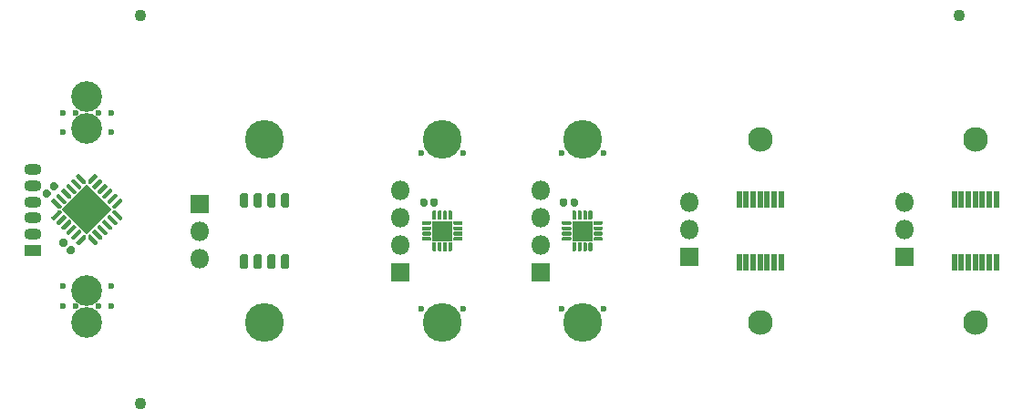
<source format=gbs>
G04 #@! TF.GenerationSoftware,KiCad,Pcbnew,(5.1.6-0-10_14)*
G04 #@! TF.CreationDate,2021-04-17T00:03:13+02:00*
G04 #@! TF.ProjectId,Encoder_SPI_Panel_v1_1,456e636f-6465-4725-9f53-50495f50616e,rev?*
G04 #@! TF.SameCoordinates,Original*
G04 #@! TF.FileFunction,Soldermask,Bot*
G04 #@! TF.FilePolarity,Negative*
%FSLAX46Y46*%
G04 Gerber Fmt 4.6, Leading zero omitted, Abs format (unit mm)*
G04 Created by KiCad (PCBNEW (5.1.6-0-10_14)) date 2021-04-17 00:03:13*
%MOMM*%
%LPD*%
G01*
G04 APERTURE LIST*
%ADD10C,1.100000*%
%ADD11C,2.300000*%
%ADD12R,1.800000X1.800000*%
%ADD13O,1.800000X1.800000*%
%ADD14R,0.530000X1.550000*%
%ADD15C,3.600000*%
%ADD16R,1.850000X1.850000*%
%ADD17C,0.600000*%
%ADD18C,0.150000*%
%ADD19C,2.850000*%
%ADD20R,1.600000X1.100000*%
%ADD21O,1.600000X1.100000*%
G04 APERTURE END LIST*
D10*
X59999000Y-55501000D03*
X136010131Y-19498950D03*
X59999000Y-19498950D03*
D11*
X137509133Y-30999999D03*
X137509133Y-47999999D03*
D12*
X130909133Y-41939999D03*
D13*
X130909133Y-39399999D03*
X130909133Y-36859999D03*
D14*
X139459133Y-42449999D03*
X138809133Y-42449999D03*
X138159133Y-42449999D03*
X137509133Y-42449999D03*
X136859133Y-42449999D03*
X136209133Y-42449999D03*
X135559133Y-42449999D03*
X135559133Y-36549999D03*
X136209133Y-36549999D03*
X136859133Y-36549999D03*
X137509133Y-36549999D03*
X138159133Y-36549999D03*
X138809133Y-36549999D03*
X139459133Y-36549999D03*
D11*
X117509130Y-30999999D03*
X117509130Y-47999999D03*
D12*
X110909130Y-41939999D03*
D13*
X110909130Y-39399999D03*
X110909130Y-36859999D03*
D14*
X119459130Y-42449999D03*
X118809130Y-42449999D03*
X118159130Y-42449999D03*
X117509130Y-42449999D03*
X116859130Y-42449999D03*
X116209130Y-42449999D03*
X115559130Y-42449999D03*
X115559130Y-36549999D03*
X116209130Y-36549999D03*
X116859130Y-36549999D03*
X117509130Y-36549999D03*
X118159130Y-36549999D03*
X118809130Y-36549999D03*
X119459130Y-36549999D03*
G36*
G01*
X98936482Y-37037450D02*
X98936482Y-36642450D01*
G75*
G02*
X99108982Y-36469950I172500J0D01*
G01*
X99453982Y-36469950D01*
G75*
G02*
X99626482Y-36642450I0J-172500D01*
G01*
X99626482Y-37037450D01*
G75*
G02*
X99453982Y-37209950I-172500J0D01*
G01*
X99108982Y-37209950D01*
G75*
G02*
X98936482Y-37037450I0J172500D01*
G01*
G37*
G36*
G01*
X99906482Y-37037450D02*
X99906482Y-36642450D01*
G75*
G02*
X100078982Y-36469950I172500J0D01*
G01*
X100423982Y-36469950D01*
G75*
G02*
X100596482Y-36642450I0J-172500D01*
G01*
X100596482Y-37037450D01*
G75*
G02*
X100423982Y-37209950I-172500J0D01*
G01*
X100078982Y-37209950D01*
G75*
G02*
X99906482Y-37037450I0J172500D01*
G01*
G37*
D15*
X101006482Y-30999950D03*
G36*
G01*
X102906482Y-38662450D02*
X102906482Y-38837450D01*
G75*
G02*
X102818982Y-38924950I-87500J0D01*
G01*
X102118982Y-38924950D01*
G75*
G02*
X102031482Y-38837450I0J87500D01*
G01*
X102031482Y-38662450D01*
G75*
G02*
X102118982Y-38574950I87500J0D01*
G01*
X102818982Y-38574950D01*
G75*
G02*
X102906482Y-38662450I0J-87500D01*
G01*
G37*
G36*
G01*
X102906482Y-39162450D02*
X102906482Y-39337450D01*
G75*
G02*
X102818982Y-39424950I-87500J0D01*
G01*
X102118982Y-39424950D01*
G75*
G02*
X102031482Y-39337450I0J87500D01*
G01*
X102031482Y-39162450D01*
G75*
G02*
X102118982Y-39074950I87500J0D01*
G01*
X102818982Y-39074950D01*
G75*
G02*
X102906482Y-39162450I0J-87500D01*
G01*
G37*
G36*
G01*
X102906482Y-39662450D02*
X102906482Y-39837450D01*
G75*
G02*
X102818982Y-39924950I-87500J0D01*
G01*
X102118982Y-39924950D01*
G75*
G02*
X102031482Y-39837450I0J87500D01*
G01*
X102031482Y-39662450D01*
G75*
G02*
X102118982Y-39574950I87500J0D01*
G01*
X102818982Y-39574950D01*
G75*
G02*
X102906482Y-39662450I0J-87500D01*
G01*
G37*
G36*
G01*
X102906482Y-40162450D02*
X102906482Y-40337450D01*
G75*
G02*
X102818982Y-40424950I-87500J0D01*
G01*
X102118982Y-40424950D01*
G75*
G02*
X102031482Y-40337450I0J87500D01*
G01*
X102031482Y-40162450D01*
G75*
G02*
X102118982Y-40074950I87500J0D01*
G01*
X102818982Y-40074950D01*
G75*
G02*
X102906482Y-40162450I0J-87500D01*
G01*
G37*
G36*
G01*
X101931482Y-40612450D02*
X101931482Y-41312450D01*
G75*
G02*
X101843982Y-41399950I-87500J0D01*
G01*
X101668982Y-41399950D01*
G75*
G02*
X101581482Y-41312450I0J87500D01*
G01*
X101581482Y-40612450D01*
G75*
G02*
X101668982Y-40524950I87500J0D01*
G01*
X101843982Y-40524950D01*
G75*
G02*
X101931482Y-40612450I0J-87500D01*
G01*
G37*
G36*
G01*
X101431482Y-40612450D02*
X101431482Y-41312450D01*
G75*
G02*
X101343982Y-41399950I-87500J0D01*
G01*
X101168982Y-41399950D01*
G75*
G02*
X101081482Y-41312450I0J87500D01*
G01*
X101081482Y-40612450D01*
G75*
G02*
X101168982Y-40524950I87500J0D01*
G01*
X101343982Y-40524950D01*
G75*
G02*
X101431482Y-40612450I0J-87500D01*
G01*
G37*
G36*
G01*
X100931482Y-40612450D02*
X100931482Y-41312450D01*
G75*
G02*
X100843982Y-41399950I-87500J0D01*
G01*
X100668982Y-41399950D01*
G75*
G02*
X100581482Y-41312450I0J87500D01*
G01*
X100581482Y-40612450D01*
G75*
G02*
X100668982Y-40524950I87500J0D01*
G01*
X100843982Y-40524950D01*
G75*
G02*
X100931482Y-40612450I0J-87500D01*
G01*
G37*
G36*
G01*
X100431482Y-40612450D02*
X100431482Y-41312450D01*
G75*
G02*
X100343982Y-41399950I-87500J0D01*
G01*
X100168982Y-41399950D01*
G75*
G02*
X100081482Y-41312450I0J87500D01*
G01*
X100081482Y-40612450D01*
G75*
G02*
X100168982Y-40524950I87500J0D01*
G01*
X100343982Y-40524950D01*
G75*
G02*
X100431482Y-40612450I0J-87500D01*
G01*
G37*
G36*
G01*
X99981482Y-40162450D02*
X99981482Y-40337450D01*
G75*
G02*
X99893982Y-40424950I-87500J0D01*
G01*
X99193982Y-40424950D01*
G75*
G02*
X99106482Y-40337450I0J87500D01*
G01*
X99106482Y-40162450D01*
G75*
G02*
X99193982Y-40074950I87500J0D01*
G01*
X99893982Y-40074950D01*
G75*
G02*
X99981482Y-40162450I0J-87500D01*
G01*
G37*
G36*
G01*
X99981482Y-39662450D02*
X99981482Y-39837450D01*
G75*
G02*
X99893982Y-39924950I-87500J0D01*
G01*
X99193982Y-39924950D01*
G75*
G02*
X99106482Y-39837450I0J87500D01*
G01*
X99106482Y-39662450D01*
G75*
G02*
X99193982Y-39574950I87500J0D01*
G01*
X99893982Y-39574950D01*
G75*
G02*
X99981482Y-39662450I0J-87500D01*
G01*
G37*
G36*
G01*
X99981482Y-39162450D02*
X99981482Y-39337450D01*
G75*
G02*
X99893982Y-39424950I-87500J0D01*
G01*
X99193982Y-39424950D01*
G75*
G02*
X99106482Y-39337450I0J87500D01*
G01*
X99106482Y-39162450D01*
G75*
G02*
X99193982Y-39074950I87500J0D01*
G01*
X99893982Y-39074950D01*
G75*
G02*
X99981482Y-39162450I0J-87500D01*
G01*
G37*
G36*
G01*
X99981482Y-38662450D02*
X99981482Y-38837450D01*
G75*
G02*
X99893982Y-38924950I-87500J0D01*
G01*
X99193982Y-38924950D01*
G75*
G02*
X99106482Y-38837450I0J87500D01*
G01*
X99106482Y-38662450D01*
G75*
G02*
X99193982Y-38574950I87500J0D01*
G01*
X99893982Y-38574950D01*
G75*
G02*
X99981482Y-38662450I0J-87500D01*
G01*
G37*
G36*
G01*
X100431482Y-37687450D02*
X100431482Y-38387450D01*
G75*
G02*
X100343982Y-38474950I-87500J0D01*
G01*
X100168982Y-38474950D01*
G75*
G02*
X100081482Y-38387450I0J87500D01*
G01*
X100081482Y-37687450D01*
G75*
G02*
X100168982Y-37599950I87500J0D01*
G01*
X100343982Y-37599950D01*
G75*
G02*
X100431482Y-37687450I0J-87500D01*
G01*
G37*
G36*
G01*
X100931482Y-37687450D02*
X100931482Y-38387450D01*
G75*
G02*
X100843982Y-38474950I-87500J0D01*
G01*
X100668982Y-38474950D01*
G75*
G02*
X100581482Y-38387450I0J87500D01*
G01*
X100581482Y-37687450D01*
G75*
G02*
X100668982Y-37599950I87500J0D01*
G01*
X100843982Y-37599950D01*
G75*
G02*
X100931482Y-37687450I0J-87500D01*
G01*
G37*
G36*
G01*
X101431482Y-37687450D02*
X101431482Y-38387450D01*
G75*
G02*
X101343982Y-38474950I-87500J0D01*
G01*
X101168982Y-38474950D01*
G75*
G02*
X101081482Y-38387450I0J87500D01*
G01*
X101081482Y-37687450D01*
G75*
G02*
X101168982Y-37599950I87500J0D01*
G01*
X101343982Y-37599950D01*
G75*
G02*
X101431482Y-37687450I0J-87500D01*
G01*
G37*
G36*
G01*
X101931482Y-37687450D02*
X101931482Y-38387450D01*
G75*
G02*
X101843982Y-38474950I-87500J0D01*
G01*
X101668982Y-38474950D01*
G75*
G02*
X101581482Y-38387450I0J87500D01*
G01*
X101581482Y-37687450D01*
G75*
G02*
X101668982Y-37599950I87500J0D01*
G01*
X101843982Y-37599950D01*
G75*
G02*
X101931482Y-37687450I0J-87500D01*
G01*
G37*
D16*
X101006482Y-39499950D03*
D15*
X101006482Y-47999950D03*
D12*
X97106482Y-43319950D03*
D13*
X97106482Y-40779950D03*
X97106482Y-38239950D03*
X97106482Y-35699950D03*
D17*
X102956482Y-32249950D03*
X99056482Y-32249950D03*
X102956482Y-46749950D03*
X99056482Y-46749950D03*
G36*
G01*
X85933438Y-37037450D02*
X85933438Y-36642450D01*
G75*
G02*
X86105938Y-36469950I172500J0D01*
G01*
X86450938Y-36469950D01*
G75*
G02*
X86623438Y-36642450I0J-172500D01*
G01*
X86623438Y-37037450D01*
G75*
G02*
X86450938Y-37209950I-172500J0D01*
G01*
X86105938Y-37209950D01*
G75*
G02*
X85933438Y-37037450I0J172500D01*
G01*
G37*
G36*
G01*
X86903438Y-37037450D02*
X86903438Y-36642450D01*
G75*
G02*
X87075938Y-36469950I172500J0D01*
G01*
X87420938Y-36469950D01*
G75*
G02*
X87593438Y-36642450I0J-172500D01*
G01*
X87593438Y-37037450D01*
G75*
G02*
X87420938Y-37209950I-172500J0D01*
G01*
X87075938Y-37209950D01*
G75*
G02*
X86903438Y-37037450I0J172500D01*
G01*
G37*
D15*
X88003438Y-30999950D03*
G36*
G01*
X89903438Y-38662450D02*
X89903438Y-38837450D01*
G75*
G02*
X89815938Y-38924950I-87500J0D01*
G01*
X89115938Y-38924950D01*
G75*
G02*
X89028438Y-38837450I0J87500D01*
G01*
X89028438Y-38662450D01*
G75*
G02*
X89115938Y-38574950I87500J0D01*
G01*
X89815938Y-38574950D01*
G75*
G02*
X89903438Y-38662450I0J-87500D01*
G01*
G37*
G36*
G01*
X89903438Y-39162450D02*
X89903438Y-39337450D01*
G75*
G02*
X89815938Y-39424950I-87500J0D01*
G01*
X89115938Y-39424950D01*
G75*
G02*
X89028438Y-39337450I0J87500D01*
G01*
X89028438Y-39162450D01*
G75*
G02*
X89115938Y-39074950I87500J0D01*
G01*
X89815938Y-39074950D01*
G75*
G02*
X89903438Y-39162450I0J-87500D01*
G01*
G37*
G36*
G01*
X89903438Y-39662450D02*
X89903438Y-39837450D01*
G75*
G02*
X89815938Y-39924950I-87500J0D01*
G01*
X89115938Y-39924950D01*
G75*
G02*
X89028438Y-39837450I0J87500D01*
G01*
X89028438Y-39662450D01*
G75*
G02*
X89115938Y-39574950I87500J0D01*
G01*
X89815938Y-39574950D01*
G75*
G02*
X89903438Y-39662450I0J-87500D01*
G01*
G37*
G36*
G01*
X89903438Y-40162450D02*
X89903438Y-40337450D01*
G75*
G02*
X89815938Y-40424950I-87500J0D01*
G01*
X89115938Y-40424950D01*
G75*
G02*
X89028438Y-40337450I0J87500D01*
G01*
X89028438Y-40162450D01*
G75*
G02*
X89115938Y-40074950I87500J0D01*
G01*
X89815938Y-40074950D01*
G75*
G02*
X89903438Y-40162450I0J-87500D01*
G01*
G37*
G36*
G01*
X88928438Y-40612450D02*
X88928438Y-41312450D01*
G75*
G02*
X88840938Y-41399950I-87500J0D01*
G01*
X88665938Y-41399950D01*
G75*
G02*
X88578438Y-41312450I0J87500D01*
G01*
X88578438Y-40612450D01*
G75*
G02*
X88665938Y-40524950I87500J0D01*
G01*
X88840938Y-40524950D01*
G75*
G02*
X88928438Y-40612450I0J-87500D01*
G01*
G37*
G36*
G01*
X88428438Y-40612450D02*
X88428438Y-41312450D01*
G75*
G02*
X88340938Y-41399950I-87500J0D01*
G01*
X88165938Y-41399950D01*
G75*
G02*
X88078438Y-41312450I0J87500D01*
G01*
X88078438Y-40612450D01*
G75*
G02*
X88165938Y-40524950I87500J0D01*
G01*
X88340938Y-40524950D01*
G75*
G02*
X88428438Y-40612450I0J-87500D01*
G01*
G37*
G36*
G01*
X87928438Y-40612450D02*
X87928438Y-41312450D01*
G75*
G02*
X87840938Y-41399950I-87500J0D01*
G01*
X87665938Y-41399950D01*
G75*
G02*
X87578438Y-41312450I0J87500D01*
G01*
X87578438Y-40612450D01*
G75*
G02*
X87665938Y-40524950I87500J0D01*
G01*
X87840938Y-40524950D01*
G75*
G02*
X87928438Y-40612450I0J-87500D01*
G01*
G37*
G36*
G01*
X87428438Y-40612450D02*
X87428438Y-41312450D01*
G75*
G02*
X87340938Y-41399950I-87500J0D01*
G01*
X87165938Y-41399950D01*
G75*
G02*
X87078438Y-41312450I0J87500D01*
G01*
X87078438Y-40612450D01*
G75*
G02*
X87165938Y-40524950I87500J0D01*
G01*
X87340938Y-40524950D01*
G75*
G02*
X87428438Y-40612450I0J-87500D01*
G01*
G37*
G36*
G01*
X86978438Y-40162450D02*
X86978438Y-40337450D01*
G75*
G02*
X86890938Y-40424950I-87500J0D01*
G01*
X86190938Y-40424950D01*
G75*
G02*
X86103438Y-40337450I0J87500D01*
G01*
X86103438Y-40162450D01*
G75*
G02*
X86190938Y-40074950I87500J0D01*
G01*
X86890938Y-40074950D01*
G75*
G02*
X86978438Y-40162450I0J-87500D01*
G01*
G37*
G36*
G01*
X86978438Y-39662450D02*
X86978438Y-39837450D01*
G75*
G02*
X86890938Y-39924950I-87500J0D01*
G01*
X86190938Y-39924950D01*
G75*
G02*
X86103438Y-39837450I0J87500D01*
G01*
X86103438Y-39662450D01*
G75*
G02*
X86190938Y-39574950I87500J0D01*
G01*
X86890938Y-39574950D01*
G75*
G02*
X86978438Y-39662450I0J-87500D01*
G01*
G37*
G36*
G01*
X86978438Y-39162450D02*
X86978438Y-39337450D01*
G75*
G02*
X86890938Y-39424950I-87500J0D01*
G01*
X86190938Y-39424950D01*
G75*
G02*
X86103438Y-39337450I0J87500D01*
G01*
X86103438Y-39162450D01*
G75*
G02*
X86190938Y-39074950I87500J0D01*
G01*
X86890938Y-39074950D01*
G75*
G02*
X86978438Y-39162450I0J-87500D01*
G01*
G37*
G36*
G01*
X86978438Y-38662450D02*
X86978438Y-38837450D01*
G75*
G02*
X86890938Y-38924950I-87500J0D01*
G01*
X86190938Y-38924950D01*
G75*
G02*
X86103438Y-38837450I0J87500D01*
G01*
X86103438Y-38662450D01*
G75*
G02*
X86190938Y-38574950I87500J0D01*
G01*
X86890938Y-38574950D01*
G75*
G02*
X86978438Y-38662450I0J-87500D01*
G01*
G37*
G36*
G01*
X87428438Y-37687450D02*
X87428438Y-38387450D01*
G75*
G02*
X87340938Y-38474950I-87500J0D01*
G01*
X87165938Y-38474950D01*
G75*
G02*
X87078438Y-38387450I0J87500D01*
G01*
X87078438Y-37687450D01*
G75*
G02*
X87165938Y-37599950I87500J0D01*
G01*
X87340938Y-37599950D01*
G75*
G02*
X87428438Y-37687450I0J-87500D01*
G01*
G37*
G36*
G01*
X87928438Y-37687450D02*
X87928438Y-38387450D01*
G75*
G02*
X87840938Y-38474950I-87500J0D01*
G01*
X87665938Y-38474950D01*
G75*
G02*
X87578438Y-38387450I0J87500D01*
G01*
X87578438Y-37687450D01*
G75*
G02*
X87665938Y-37599950I87500J0D01*
G01*
X87840938Y-37599950D01*
G75*
G02*
X87928438Y-37687450I0J-87500D01*
G01*
G37*
G36*
G01*
X88428438Y-37687450D02*
X88428438Y-38387450D01*
G75*
G02*
X88340938Y-38474950I-87500J0D01*
G01*
X88165938Y-38474950D01*
G75*
G02*
X88078438Y-38387450I0J87500D01*
G01*
X88078438Y-37687450D01*
G75*
G02*
X88165938Y-37599950I87500J0D01*
G01*
X88340938Y-37599950D01*
G75*
G02*
X88428438Y-37687450I0J-87500D01*
G01*
G37*
G36*
G01*
X88928438Y-37687450D02*
X88928438Y-38387450D01*
G75*
G02*
X88840938Y-38474950I-87500J0D01*
G01*
X88665938Y-38474950D01*
G75*
G02*
X88578438Y-38387450I0J87500D01*
G01*
X88578438Y-37687450D01*
G75*
G02*
X88665938Y-37599950I87500J0D01*
G01*
X88840938Y-37599950D01*
G75*
G02*
X88928438Y-37687450I0J-87500D01*
G01*
G37*
D16*
X88003438Y-39499950D03*
D15*
X88003438Y-47999950D03*
D12*
X84103438Y-43319950D03*
D13*
X84103438Y-40779950D03*
X84103438Y-38239950D03*
X84103438Y-35699950D03*
D17*
X89953438Y-32249950D03*
X86053438Y-32249950D03*
X89953438Y-46749950D03*
X86053438Y-46749950D03*
D15*
X71503039Y-30999999D03*
X71503039Y-47999999D03*
D12*
X65473039Y-36959999D03*
D13*
X65473039Y-39499999D03*
X65473039Y-42039999D03*
G36*
G01*
X69410539Y-35949999D02*
X69785539Y-35949999D01*
G75*
G02*
X69973039Y-36137499I0J-187500D01*
G01*
X69973039Y-37172499D01*
G75*
G02*
X69785539Y-37359999I-187500J0D01*
G01*
X69410539Y-37359999D01*
G75*
G02*
X69223039Y-37172499I0J187500D01*
G01*
X69223039Y-36137499D01*
G75*
G02*
X69410539Y-35949999I187500J0D01*
G01*
G37*
G36*
G01*
X70680539Y-35949999D02*
X71055539Y-35949999D01*
G75*
G02*
X71243039Y-36137499I0J-187500D01*
G01*
X71243039Y-37172499D01*
G75*
G02*
X71055539Y-37359999I-187500J0D01*
G01*
X70680539Y-37359999D01*
G75*
G02*
X70493039Y-37172499I0J187500D01*
G01*
X70493039Y-36137499D01*
G75*
G02*
X70680539Y-35949999I187500J0D01*
G01*
G37*
G36*
G01*
X71950539Y-35949999D02*
X72325539Y-35949999D01*
G75*
G02*
X72513039Y-36137499I0J-187500D01*
G01*
X72513039Y-37172499D01*
G75*
G02*
X72325539Y-37359999I-187500J0D01*
G01*
X71950539Y-37359999D01*
G75*
G02*
X71763039Y-37172499I0J187500D01*
G01*
X71763039Y-36137499D01*
G75*
G02*
X71950539Y-35949999I187500J0D01*
G01*
G37*
G36*
G01*
X73220539Y-35949999D02*
X73595539Y-35949999D01*
G75*
G02*
X73783039Y-36137499I0J-187500D01*
G01*
X73783039Y-37172499D01*
G75*
G02*
X73595539Y-37359999I-187500J0D01*
G01*
X73220539Y-37359999D01*
G75*
G02*
X73033039Y-37172499I0J187500D01*
G01*
X73033039Y-36137499D01*
G75*
G02*
X73220539Y-35949999I187500J0D01*
G01*
G37*
G36*
G01*
X69410539Y-41639999D02*
X69785539Y-41639999D01*
G75*
G02*
X69973039Y-41827499I0J-187500D01*
G01*
X69973039Y-42862499D01*
G75*
G02*
X69785539Y-43049999I-187500J0D01*
G01*
X69410539Y-43049999D01*
G75*
G02*
X69223039Y-42862499I0J187500D01*
G01*
X69223039Y-41827499D01*
G75*
G02*
X69410539Y-41639999I187500J0D01*
G01*
G37*
G36*
G01*
X70680539Y-41639999D02*
X71055539Y-41639999D01*
G75*
G02*
X71243039Y-41827499I0J-187500D01*
G01*
X71243039Y-42862499D01*
G75*
G02*
X71055539Y-43049999I-187500J0D01*
G01*
X70680539Y-43049999D01*
G75*
G02*
X70493039Y-42862499I0J187500D01*
G01*
X70493039Y-41827499D01*
G75*
G02*
X70680539Y-41639999I187500J0D01*
G01*
G37*
G36*
G01*
X71950539Y-41639999D02*
X72325539Y-41639999D01*
G75*
G02*
X72513039Y-41827499I0J-187500D01*
G01*
X72513039Y-42862499D01*
G75*
G02*
X72325539Y-43049999I-187500J0D01*
G01*
X71950539Y-43049999D01*
G75*
G02*
X71763039Y-42862499I0J187500D01*
G01*
X71763039Y-41827499D01*
G75*
G02*
X71950539Y-41639999I187500J0D01*
G01*
G37*
G36*
G01*
X73220539Y-41639999D02*
X73595539Y-41639999D01*
G75*
G02*
X73783039Y-41827499I0J-187500D01*
G01*
X73783039Y-42862499D01*
G75*
G02*
X73595539Y-43049999I-187500J0D01*
G01*
X73220539Y-43049999D01*
G75*
G02*
X73033039Y-42862499I0J187500D01*
G01*
X73033039Y-41827499D01*
G75*
G02*
X73220539Y-41639999I187500J0D01*
G01*
G37*
G36*
G01*
X51153151Y-36426502D02*
X50873843Y-36147195D01*
G75*
G02*
X50873843Y-35903243I121976J121976D01*
G01*
X51117795Y-35659291D01*
G75*
G02*
X51361747Y-35659291I121976J-121976D01*
G01*
X51641055Y-35938599D01*
G75*
G02*
X51641055Y-36182551I-121976J-121976D01*
G01*
X51397103Y-36426503D01*
G75*
G02*
X51153151Y-36426503I-121976J121976D01*
G01*
G37*
G36*
G01*
X51839045Y-35740608D02*
X51559737Y-35461301D01*
G75*
G02*
X51559737Y-35217349I121976J121976D01*
G01*
X51803689Y-34973397D01*
G75*
G02*
X52047641Y-34973397I121976J-121976D01*
G01*
X52326949Y-35252705D01*
G75*
G02*
X52326949Y-35496657I-121976J-121976D01*
G01*
X52082997Y-35740609D01*
G75*
G02*
X51839045Y-35740609I-121976J121976D01*
G01*
G37*
G36*
G01*
X53876948Y-41377195D02*
X53597641Y-41656503D01*
G75*
G02*
X53353689Y-41656503I-121976J121976D01*
G01*
X53109737Y-41412551D01*
G75*
G02*
X53109737Y-41168599I121976J121976D01*
G01*
X53389045Y-40889291D01*
G75*
G02*
X53632997Y-40889291I121976J-121976D01*
G01*
X53876949Y-41133243D01*
G75*
G02*
X53876949Y-41377195I-121976J-121976D01*
G01*
G37*
G36*
G01*
X53191054Y-40691301D02*
X52911747Y-40970609D01*
G75*
G02*
X52667795Y-40970609I-121976J121976D01*
G01*
X52423843Y-40726657D01*
G75*
G02*
X52423843Y-40482705I121976J121976D01*
G01*
X52703151Y-40203397D01*
G75*
G02*
X52947103Y-40203397I121976J-121976D01*
G01*
X53191055Y-40447349D01*
G75*
G02*
X53191055Y-40691301I-121976J-121976D01*
G01*
G37*
D18*
G36*
X55350314Y-35134437D02*
G01*
X55338949Y-35143764D01*
X55330798Y-35149211D01*
X55317832Y-35156142D01*
X55308776Y-35159892D01*
X55294706Y-35164160D01*
X55285093Y-35166073D01*
X55270462Y-35167514D01*
X55260660Y-35167514D01*
X55246028Y-35166073D01*
X55236415Y-35164160D01*
X55222345Y-35159892D01*
X55213290Y-35156142D01*
X55200324Y-35149211D01*
X55192173Y-35143764D01*
X55180808Y-35134437D01*
X55177172Y-35131143D01*
X55146106Y-35100077D01*
X55142812Y-35096441D01*
X55133485Y-35085076D01*
X55128038Y-35076925D01*
X55121107Y-35063959D01*
X55117357Y-35054904D01*
X55113089Y-35040834D01*
X55111176Y-35031221D01*
X55109735Y-35016589D01*
X55109495Y-35011688D01*
X55109495Y-34861688D01*
X55109735Y-34856787D01*
X55111176Y-34842156D01*
X55113089Y-34832543D01*
X55117357Y-34818473D01*
X55121107Y-34809417D01*
X55128038Y-34796451D01*
X55133485Y-34788300D01*
X55142812Y-34776935D01*
X55146106Y-34773300D01*
X55689825Y-34229581D01*
X55693460Y-34226287D01*
X55704825Y-34216960D01*
X55712976Y-34211513D01*
X55725942Y-34204582D01*
X55734998Y-34200832D01*
X55749068Y-34196564D01*
X55758681Y-34194651D01*
X55773312Y-34193210D01*
X55783114Y-34193210D01*
X55797746Y-34194651D01*
X55807359Y-34196564D01*
X55821429Y-34200832D01*
X55830484Y-34204582D01*
X55843450Y-34211513D01*
X55851601Y-34216960D01*
X55862966Y-34226287D01*
X55866602Y-34229581D01*
X55972668Y-34335647D01*
X55975962Y-34339283D01*
X55985289Y-34350648D01*
X55990736Y-34358799D01*
X55997667Y-34371765D01*
X56001417Y-34380820D01*
X56005685Y-34394890D01*
X56007598Y-34404503D01*
X56009039Y-34419135D01*
X56009039Y-34428937D01*
X56007598Y-34443568D01*
X56005685Y-34453181D01*
X56001417Y-34467251D01*
X55997667Y-34476307D01*
X55990736Y-34489273D01*
X55985289Y-34497424D01*
X55975962Y-34508789D01*
X55972668Y-34512424D01*
X55353949Y-35131143D01*
X55350314Y-35134437D01*
G37*
G36*
G01*
X56308544Y-34671523D02*
X56449966Y-34812944D01*
G75*
G02*
X56449966Y-34954366I-70711J-70711D01*
G01*
X55795892Y-35608440D01*
G75*
G02*
X55654470Y-35608440I-70711J70711D01*
G01*
X55513048Y-35467018D01*
G75*
G02*
X55513048Y-35325596I70711J70711D01*
G01*
X56167122Y-34671522D01*
G75*
G02*
X56308544Y-34671522I70711J-70711D01*
G01*
G37*
G36*
G01*
X56768163Y-35131143D02*
X56909585Y-35272564D01*
G75*
G02*
X56909585Y-35413986I-70711J-70711D01*
G01*
X56255511Y-36068060D01*
G75*
G02*
X56114089Y-36068060I-70711J70711D01*
G01*
X55972667Y-35926638D01*
G75*
G02*
X55972667Y-35785216I70711J70711D01*
G01*
X56626741Y-35131142D01*
G75*
G02*
X56768163Y-35131142I70711J-70711D01*
G01*
G37*
G36*
G01*
X57227782Y-35590762D02*
X57369204Y-35732183D01*
G75*
G02*
X57369204Y-35873605I-70711J-70711D01*
G01*
X56715130Y-36527679D01*
G75*
G02*
X56573708Y-36527679I-70711J70711D01*
G01*
X56432286Y-36386257D01*
G75*
G02*
X56432286Y-36244835I70711J70711D01*
G01*
X57086360Y-35590761D01*
G75*
G02*
X57227782Y-35590761I70711J-70711D01*
G01*
G37*
G36*
G01*
X57687402Y-36050381D02*
X57828824Y-36191802D01*
G75*
G02*
X57828824Y-36333224I-70711J-70711D01*
G01*
X57174750Y-36987298D01*
G75*
G02*
X57033328Y-36987298I-70711J70711D01*
G01*
X56891906Y-36845876D01*
G75*
G02*
X56891906Y-36704454I70711J70711D01*
G01*
X57545980Y-36050380D01*
G75*
G02*
X57687402Y-36050380I70711J-70711D01*
G01*
G37*
G36*
X57723411Y-37357534D02*
G01*
X57712046Y-37366861D01*
X57703895Y-37372308D01*
X57690929Y-37379239D01*
X57681873Y-37382989D01*
X57667803Y-37387257D01*
X57658190Y-37389170D01*
X57643559Y-37390611D01*
X57638658Y-37390851D01*
X57488658Y-37390851D01*
X57483757Y-37390611D01*
X57469125Y-37389170D01*
X57459512Y-37387257D01*
X57445442Y-37382989D01*
X57436387Y-37379239D01*
X57423421Y-37372308D01*
X57415270Y-37366861D01*
X57403905Y-37357534D01*
X57400269Y-37354240D01*
X57369203Y-37323174D01*
X57365909Y-37319538D01*
X57356582Y-37308173D01*
X57351135Y-37300022D01*
X57344204Y-37287056D01*
X57340454Y-37278001D01*
X57336186Y-37263931D01*
X57334273Y-37254318D01*
X57332832Y-37239686D01*
X57332832Y-37229884D01*
X57334273Y-37215253D01*
X57336186Y-37205640D01*
X57340454Y-37191570D01*
X57344204Y-37182514D01*
X57351135Y-37169548D01*
X57356582Y-37161397D01*
X57365909Y-37150032D01*
X57369203Y-37146397D01*
X57987922Y-36527678D01*
X57991557Y-36524384D01*
X58002922Y-36515057D01*
X58011073Y-36509610D01*
X58024039Y-36502679D01*
X58033095Y-36498929D01*
X58047165Y-36494661D01*
X58056778Y-36492748D01*
X58071409Y-36491307D01*
X58081211Y-36491307D01*
X58095843Y-36492748D01*
X58105456Y-36494661D01*
X58119526Y-36498929D01*
X58128581Y-36502679D01*
X58141547Y-36509610D01*
X58149698Y-36515057D01*
X58161063Y-36524384D01*
X58164699Y-36527678D01*
X58270765Y-36633744D01*
X58274059Y-36637380D01*
X58283386Y-36648745D01*
X58288833Y-36656896D01*
X58295764Y-36669862D01*
X58299514Y-36678917D01*
X58303782Y-36692987D01*
X58305695Y-36702600D01*
X58307136Y-36717232D01*
X58307136Y-36727034D01*
X58305695Y-36741665D01*
X58303782Y-36751278D01*
X58299514Y-36765348D01*
X58295764Y-36774404D01*
X58288833Y-36787370D01*
X58283386Y-36795521D01*
X58274059Y-36806886D01*
X58270765Y-36810521D01*
X57727046Y-37354240D01*
X57723411Y-37357534D01*
G37*
G36*
X58161063Y-38475516D02*
G01*
X58149698Y-38484843D01*
X58141547Y-38490290D01*
X58128581Y-38497221D01*
X58119526Y-38500971D01*
X58105456Y-38505239D01*
X58095843Y-38507152D01*
X58081211Y-38508593D01*
X58071409Y-38508593D01*
X58056778Y-38507152D01*
X58047165Y-38505239D01*
X58033095Y-38500971D01*
X58024039Y-38497221D01*
X58011073Y-38490290D01*
X58002922Y-38484843D01*
X57991557Y-38475516D01*
X57987922Y-38472222D01*
X57369203Y-37853503D01*
X57365909Y-37849868D01*
X57356582Y-37838503D01*
X57351135Y-37830352D01*
X57344204Y-37817386D01*
X57340454Y-37808330D01*
X57336186Y-37794260D01*
X57334273Y-37784647D01*
X57332832Y-37770016D01*
X57332832Y-37760214D01*
X57334273Y-37745582D01*
X57336186Y-37735969D01*
X57340454Y-37721899D01*
X57344204Y-37712844D01*
X57351135Y-37699878D01*
X57356582Y-37691727D01*
X57365909Y-37680362D01*
X57369203Y-37676726D01*
X57400269Y-37645660D01*
X57403905Y-37642366D01*
X57415270Y-37633039D01*
X57423421Y-37627592D01*
X57436387Y-37620661D01*
X57445442Y-37616911D01*
X57459512Y-37612643D01*
X57469125Y-37610730D01*
X57483757Y-37609289D01*
X57488658Y-37609049D01*
X57638658Y-37609049D01*
X57643559Y-37609289D01*
X57658190Y-37610730D01*
X57667803Y-37612643D01*
X57681873Y-37616911D01*
X57690929Y-37620661D01*
X57703895Y-37627592D01*
X57712046Y-37633039D01*
X57723411Y-37642366D01*
X57727046Y-37645660D01*
X58270765Y-38189379D01*
X58274059Y-38193014D01*
X58283386Y-38204379D01*
X58288833Y-38212530D01*
X58295764Y-38225496D01*
X58299514Y-38234552D01*
X58303782Y-38248622D01*
X58305695Y-38258235D01*
X58307136Y-38272866D01*
X58307136Y-38282668D01*
X58305695Y-38297300D01*
X58303782Y-38306913D01*
X58299514Y-38320983D01*
X58295764Y-38330038D01*
X58288833Y-38343004D01*
X58283386Y-38351155D01*
X58274059Y-38362520D01*
X58270765Y-38366156D01*
X58164699Y-38472222D01*
X58161063Y-38475516D01*
G37*
G36*
G01*
X57174749Y-38012603D02*
X57828824Y-38666676D01*
G75*
G02*
X57828824Y-38808098I-70711J-70711D01*
G01*
X57687402Y-38949520D01*
G75*
G02*
X57545980Y-38949520I-70711J70711D01*
G01*
X56891906Y-38295446D01*
G75*
G02*
X56891906Y-38154024I70711J70711D01*
G01*
X57033328Y-38012602D01*
G75*
G02*
X57174750Y-38012602I70711J-70711D01*
G01*
G37*
G36*
G01*
X56715129Y-38472222D02*
X57369204Y-39126295D01*
G75*
G02*
X57369204Y-39267717I-70711J-70711D01*
G01*
X57227782Y-39409139D01*
G75*
G02*
X57086360Y-39409139I-70711J70711D01*
G01*
X56432286Y-38755065D01*
G75*
G02*
X56432286Y-38613643I70711J70711D01*
G01*
X56573708Y-38472221D01*
G75*
G02*
X56715130Y-38472221I70711J-70711D01*
G01*
G37*
G36*
G01*
X56255510Y-38931841D02*
X56909585Y-39585914D01*
G75*
G02*
X56909585Y-39727336I-70711J-70711D01*
G01*
X56768163Y-39868758D01*
G75*
G02*
X56626741Y-39868758I-70711J70711D01*
G01*
X55972667Y-39214684D01*
G75*
G02*
X55972667Y-39073262I70711J70711D01*
G01*
X56114089Y-38931840D01*
G75*
G02*
X56255511Y-38931840I70711J-70711D01*
G01*
G37*
G36*
G01*
X55795891Y-39391461D02*
X56449966Y-40045534D01*
G75*
G02*
X56449966Y-40186956I-70711J-70711D01*
G01*
X56308544Y-40328378D01*
G75*
G02*
X56167122Y-40328378I-70711J70711D01*
G01*
X55513048Y-39674304D01*
G75*
G02*
X55513048Y-39532882I70711J70711D01*
G01*
X55654470Y-39391460D01*
G75*
G02*
X55795892Y-39391460I70711J-70711D01*
G01*
G37*
G36*
X55862966Y-40773613D02*
G01*
X55851601Y-40782940D01*
X55843450Y-40788387D01*
X55830484Y-40795318D01*
X55821429Y-40799068D01*
X55807359Y-40803336D01*
X55797746Y-40805249D01*
X55783114Y-40806690D01*
X55773312Y-40806690D01*
X55758681Y-40805249D01*
X55749068Y-40803336D01*
X55734998Y-40799068D01*
X55725942Y-40795318D01*
X55712976Y-40788387D01*
X55704825Y-40782940D01*
X55693460Y-40773613D01*
X55689825Y-40770319D01*
X55146106Y-40226600D01*
X55142812Y-40222965D01*
X55133485Y-40211600D01*
X55128038Y-40203449D01*
X55121107Y-40190483D01*
X55117357Y-40181427D01*
X55113089Y-40167357D01*
X55111176Y-40157744D01*
X55109735Y-40143113D01*
X55109495Y-40138212D01*
X55109495Y-39988212D01*
X55109735Y-39983311D01*
X55111176Y-39968679D01*
X55113089Y-39959066D01*
X55117357Y-39944996D01*
X55121107Y-39935941D01*
X55128038Y-39922975D01*
X55133485Y-39914824D01*
X55142812Y-39903459D01*
X55146106Y-39899823D01*
X55177172Y-39868757D01*
X55180808Y-39865463D01*
X55192173Y-39856136D01*
X55200324Y-39850689D01*
X55213290Y-39843758D01*
X55222345Y-39840008D01*
X55236415Y-39835740D01*
X55246028Y-39833827D01*
X55260660Y-39832386D01*
X55270462Y-39832386D01*
X55285093Y-39833827D01*
X55294706Y-39835740D01*
X55308776Y-39840008D01*
X55317832Y-39843758D01*
X55330798Y-39850689D01*
X55338949Y-39856136D01*
X55350314Y-39865463D01*
X55353949Y-39868757D01*
X55972668Y-40487476D01*
X55975962Y-40491111D01*
X55985289Y-40502476D01*
X55990736Y-40510627D01*
X55997667Y-40523593D01*
X56001417Y-40532649D01*
X56005685Y-40546719D01*
X56007598Y-40556332D01*
X56009039Y-40570963D01*
X56009039Y-40580765D01*
X56007598Y-40595397D01*
X56005685Y-40605010D01*
X56001417Y-40619080D01*
X55997667Y-40628135D01*
X55990736Y-40641101D01*
X55985289Y-40649252D01*
X55975962Y-40660617D01*
X55972668Y-40664253D01*
X55866602Y-40770319D01*
X55862966Y-40773613D01*
G37*
G36*
X54307332Y-40773613D02*
G01*
X54295967Y-40782940D01*
X54287816Y-40788387D01*
X54274850Y-40795318D01*
X54265794Y-40799068D01*
X54251724Y-40803336D01*
X54242111Y-40805249D01*
X54227480Y-40806690D01*
X54217678Y-40806690D01*
X54203046Y-40805249D01*
X54193433Y-40803336D01*
X54179363Y-40799068D01*
X54170308Y-40795318D01*
X54157342Y-40788387D01*
X54149191Y-40782940D01*
X54137826Y-40773613D01*
X54134190Y-40770319D01*
X54028124Y-40664253D01*
X54024830Y-40660617D01*
X54015503Y-40649252D01*
X54010056Y-40641101D01*
X54003125Y-40628135D01*
X53999375Y-40619080D01*
X53995107Y-40605010D01*
X53993194Y-40595397D01*
X53991753Y-40580765D01*
X53991753Y-40570963D01*
X53993194Y-40556332D01*
X53995107Y-40546719D01*
X53999375Y-40532649D01*
X54003125Y-40523593D01*
X54010056Y-40510627D01*
X54015503Y-40502476D01*
X54024830Y-40491111D01*
X54028124Y-40487476D01*
X54646843Y-39868757D01*
X54650478Y-39865463D01*
X54661843Y-39856136D01*
X54669994Y-39850689D01*
X54682960Y-39843758D01*
X54692016Y-39840008D01*
X54706086Y-39835740D01*
X54715699Y-39833827D01*
X54730330Y-39832386D01*
X54740132Y-39832386D01*
X54754764Y-39833827D01*
X54764377Y-39835740D01*
X54778447Y-39840008D01*
X54787502Y-39843758D01*
X54800468Y-39850689D01*
X54808619Y-39856136D01*
X54819984Y-39865463D01*
X54823620Y-39868757D01*
X54854686Y-39899823D01*
X54857980Y-39903459D01*
X54867307Y-39914824D01*
X54872754Y-39922975D01*
X54879685Y-39935941D01*
X54883435Y-39944996D01*
X54887703Y-39959066D01*
X54889616Y-39968679D01*
X54891057Y-39983311D01*
X54891297Y-39988212D01*
X54891297Y-40138212D01*
X54891057Y-40143113D01*
X54889616Y-40157744D01*
X54887703Y-40167357D01*
X54883435Y-40181427D01*
X54879685Y-40190483D01*
X54872754Y-40203449D01*
X54867307Y-40211600D01*
X54857980Y-40222965D01*
X54854686Y-40226600D01*
X54310967Y-40770319D01*
X54307332Y-40773613D01*
G37*
G36*
G01*
X54346322Y-39391461D02*
X54487744Y-39532882D01*
G75*
G02*
X54487744Y-39674304I-70711J-70711D01*
G01*
X53833670Y-40328378D01*
G75*
G02*
X53692248Y-40328378I-70711J70711D01*
G01*
X53550826Y-40186956D01*
G75*
G02*
X53550826Y-40045534I70711J70711D01*
G01*
X54204900Y-39391460D01*
G75*
G02*
X54346322Y-39391460I70711J-70711D01*
G01*
G37*
G36*
G01*
X53886703Y-38931841D02*
X54028125Y-39073262D01*
G75*
G02*
X54028125Y-39214684I-70711J-70711D01*
G01*
X53374051Y-39868758D01*
G75*
G02*
X53232629Y-39868758I-70711J70711D01*
G01*
X53091207Y-39727336D01*
G75*
G02*
X53091207Y-39585914I70711J70711D01*
G01*
X53745281Y-38931840D01*
G75*
G02*
X53886703Y-38931840I70711J-70711D01*
G01*
G37*
G36*
G01*
X53427084Y-38472222D02*
X53568506Y-38613643D01*
G75*
G02*
X53568506Y-38755065I-70711J-70711D01*
G01*
X52914432Y-39409139D01*
G75*
G02*
X52773010Y-39409139I-70711J70711D01*
G01*
X52631588Y-39267717D01*
G75*
G02*
X52631588Y-39126295I70711J70711D01*
G01*
X53285662Y-38472221D01*
G75*
G02*
X53427084Y-38472221I70711J-70711D01*
G01*
G37*
G36*
G01*
X52967464Y-38012603D02*
X53108886Y-38154024D01*
G75*
G02*
X53108886Y-38295446I-70711J-70711D01*
G01*
X52454812Y-38949520D01*
G75*
G02*
X52313390Y-38949520I-70711J70711D01*
G01*
X52171968Y-38808098D01*
G75*
G02*
X52171968Y-38666676I70711J70711D01*
G01*
X52826042Y-38012602D01*
G75*
G02*
X52967464Y-38012602I70711J-70711D01*
G01*
G37*
G36*
X52009235Y-38475516D02*
G01*
X51997870Y-38484843D01*
X51989719Y-38490290D01*
X51976753Y-38497221D01*
X51967697Y-38500971D01*
X51953627Y-38505239D01*
X51944014Y-38507152D01*
X51929383Y-38508593D01*
X51919581Y-38508593D01*
X51904949Y-38507152D01*
X51895336Y-38505239D01*
X51881266Y-38500971D01*
X51872211Y-38497221D01*
X51859245Y-38490290D01*
X51851094Y-38484843D01*
X51839729Y-38475516D01*
X51836093Y-38472222D01*
X51730027Y-38366156D01*
X51726733Y-38362520D01*
X51717406Y-38351155D01*
X51711959Y-38343004D01*
X51705028Y-38330038D01*
X51701278Y-38320983D01*
X51697010Y-38306913D01*
X51695097Y-38297300D01*
X51693656Y-38282668D01*
X51693656Y-38272866D01*
X51695097Y-38258235D01*
X51697010Y-38248622D01*
X51701278Y-38234552D01*
X51705028Y-38225496D01*
X51711959Y-38212530D01*
X51717406Y-38204379D01*
X51726733Y-38193014D01*
X51730027Y-38189379D01*
X52273746Y-37645660D01*
X52277381Y-37642366D01*
X52288746Y-37633039D01*
X52296897Y-37627592D01*
X52309863Y-37620661D01*
X52318919Y-37616911D01*
X52332989Y-37612643D01*
X52342602Y-37610730D01*
X52357233Y-37609289D01*
X52362134Y-37609049D01*
X52512134Y-37609049D01*
X52517035Y-37609289D01*
X52531667Y-37610730D01*
X52541280Y-37612643D01*
X52555350Y-37616911D01*
X52564405Y-37620661D01*
X52577371Y-37627592D01*
X52585522Y-37633039D01*
X52596887Y-37642366D01*
X52600523Y-37645660D01*
X52631589Y-37676726D01*
X52634883Y-37680362D01*
X52644210Y-37691727D01*
X52649657Y-37699878D01*
X52656588Y-37712844D01*
X52660338Y-37721899D01*
X52664606Y-37735969D01*
X52666519Y-37745582D01*
X52667960Y-37760214D01*
X52667960Y-37770016D01*
X52666519Y-37784647D01*
X52664606Y-37794260D01*
X52660338Y-37808330D01*
X52656588Y-37817386D01*
X52649657Y-37830352D01*
X52644210Y-37838503D01*
X52634883Y-37849868D01*
X52631589Y-37853503D01*
X52012870Y-38472222D01*
X52009235Y-38475516D01*
G37*
G36*
X52596887Y-37357534D02*
G01*
X52585522Y-37366861D01*
X52577371Y-37372308D01*
X52564405Y-37379239D01*
X52555350Y-37382989D01*
X52541280Y-37387257D01*
X52531667Y-37389170D01*
X52517035Y-37390611D01*
X52512134Y-37390851D01*
X52362134Y-37390851D01*
X52357233Y-37390611D01*
X52342602Y-37389170D01*
X52332989Y-37387257D01*
X52318919Y-37382989D01*
X52309863Y-37379239D01*
X52296897Y-37372308D01*
X52288746Y-37366861D01*
X52277381Y-37357534D01*
X52273746Y-37354240D01*
X51730027Y-36810521D01*
X51726733Y-36806886D01*
X51717406Y-36795521D01*
X51711959Y-36787370D01*
X51705028Y-36774404D01*
X51701278Y-36765348D01*
X51697010Y-36751278D01*
X51695097Y-36741665D01*
X51693656Y-36727034D01*
X51693656Y-36717232D01*
X51695097Y-36702600D01*
X51697010Y-36692987D01*
X51701278Y-36678917D01*
X51705028Y-36669862D01*
X51711959Y-36656896D01*
X51717406Y-36648745D01*
X51726733Y-36637380D01*
X51730027Y-36633744D01*
X51836093Y-36527678D01*
X51839729Y-36524384D01*
X51851094Y-36515057D01*
X51859245Y-36509610D01*
X51872211Y-36502679D01*
X51881266Y-36498929D01*
X51895336Y-36494661D01*
X51904949Y-36492748D01*
X51919581Y-36491307D01*
X51929383Y-36491307D01*
X51944014Y-36492748D01*
X51953627Y-36494661D01*
X51967697Y-36498929D01*
X51976753Y-36502679D01*
X51989719Y-36509610D01*
X51997870Y-36515057D01*
X52009235Y-36524384D01*
X52012870Y-36527678D01*
X52631589Y-37146397D01*
X52634883Y-37150032D01*
X52644210Y-37161397D01*
X52649657Y-37169548D01*
X52656588Y-37182514D01*
X52660338Y-37191570D01*
X52664606Y-37205640D01*
X52666519Y-37215253D01*
X52667960Y-37229884D01*
X52667960Y-37239686D01*
X52666519Y-37254318D01*
X52664606Y-37263931D01*
X52660338Y-37278001D01*
X52656588Y-37287056D01*
X52649657Y-37300022D01*
X52644210Y-37308173D01*
X52634883Y-37319538D01*
X52631589Y-37323174D01*
X52600523Y-37354240D01*
X52596887Y-37357534D01*
G37*
G36*
G01*
X52454811Y-36050381D02*
X53108886Y-36704454D01*
G75*
G02*
X53108886Y-36845876I-70711J-70711D01*
G01*
X52967464Y-36987298D01*
G75*
G02*
X52826042Y-36987298I-70711J70711D01*
G01*
X52171968Y-36333224D01*
G75*
G02*
X52171968Y-36191802I70711J70711D01*
G01*
X52313390Y-36050380D01*
G75*
G02*
X52454812Y-36050380I70711J-70711D01*
G01*
G37*
G36*
G01*
X52914431Y-35590762D02*
X53568506Y-36244835D01*
G75*
G02*
X53568506Y-36386257I-70711J-70711D01*
G01*
X53427084Y-36527679D01*
G75*
G02*
X53285662Y-36527679I-70711J70711D01*
G01*
X52631588Y-35873605D01*
G75*
G02*
X52631588Y-35732183I70711J70711D01*
G01*
X52773010Y-35590761D01*
G75*
G02*
X52914432Y-35590761I70711J-70711D01*
G01*
G37*
G36*
G01*
X53374050Y-35131143D02*
X54028125Y-35785216D01*
G75*
G02*
X54028125Y-35926638I-70711J-70711D01*
G01*
X53886703Y-36068060D01*
G75*
G02*
X53745281Y-36068060I-70711J70711D01*
G01*
X53091207Y-35413986D01*
G75*
G02*
X53091207Y-35272564I70711J70711D01*
G01*
X53232629Y-35131142D01*
G75*
G02*
X53374051Y-35131142I70711J-70711D01*
G01*
G37*
G36*
G01*
X53833669Y-34671523D02*
X54487744Y-35325596D01*
G75*
G02*
X54487744Y-35467018I-70711J-70711D01*
G01*
X54346322Y-35608440D01*
G75*
G02*
X54204900Y-35608440I-70711J70711D01*
G01*
X53550826Y-34954366D01*
G75*
G02*
X53550826Y-34812944I70711J70711D01*
G01*
X53692248Y-34671522D01*
G75*
G02*
X53833670Y-34671522I70711J-70711D01*
G01*
G37*
G36*
X54819984Y-35134437D02*
G01*
X54808619Y-35143764D01*
X54800468Y-35149211D01*
X54787502Y-35156142D01*
X54778447Y-35159892D01*
X54764377Y-35164160D01*
X54754764Y-35166073D01*
X54740132Y-35167514D01*
X54730330Y-35167514D01*
X54715699Y-35166073D01*
X54706086Y-35164160D01*
X54692016Y-35159892D01*
X54682960Y-35156142D01*
X54669994Y-35149211D01*
X54661843Y-35143764D01*
X54650478Y-35134437D01*
X54646843Y-35131143D01*
X54028124Y-34512424D01*
X54024830Y-34508789D01*
X54015503Y-34497424D01*
X54010056Y-34489273D01*
X54003125Y-34476307D01*
X53999375Y-34467251D01*
X53995107Y-34453181D01*
X53993194Y-34443568D01*
X53991753Y-34428937D01*
X53991753Y-34419135D01*
X53993194Y-34404503D01*
X53995107Y-34394890D01*
X53999375Y-34380820D01*
X54003125Y-34371765D01*
X54010056Y-34358799D01*
X54015503Y-34350648D01*
X54024830Y-34339283D01*
X54028124Y-34335647D01*
X54134190Y-34229581D01*
X54137826Y-34226287D01*
X54149191Y-34216960D01*
X54157342Y-34211513D01*
X54170308Y-34204582D01*
X54179363Y-34200832D01*
X54193433Y-34196564D01*
X54203046Y-34194651D01*
X54217678Y-34193210D01*
X54227480Y-34193210D01*
X54242111Y-34194651D01*
X54251724Y-34196564D01*
X54265794Y-34200832D01*
X54274850Y-34204582D01*
X54287816Y-34211513D01*
X54295967Y-34216960D01*
X54307332Y-34226287D01*
X54310967Y-34229581D01*
X54854686Y-34773300D01*
X54857980Y-34776935D01*
X54867307Y-34788300D01*
X54872754Y-34796451D01*
X54879685Y-34809417D01*
X54883435Y-34818473D01*
X54887703Y-34832543D01*
X54889616Y-34842156D01*
X54891057Y-34856787D01*
X54891297Y-34861688D01*
X54891297Y-35011688D01*
X54891057Y-35016589D01*
X54889616Y-35031221D01*
X54887703Y-35040834D01*
X54883435Y-35054904D01*
X54879685Y-35063959D01*
X54872754Y-35076925D01*
X54867307Y-35085076D01*
X54857980Y-35096441D01*
X54854686Y-35100077D01*
X54823620Y-35131143D01*
X54819984Y-35134437D01*
G37*
G36*
X55000396Y-35166498D02*
G01*
X57333848Y-37499950D01*
X55000396Y-39833402D01*
X52666944Y-37499950D01*
X55000396Y-35166498D01*
G37*
D19*
X55000396Y-44999950D03*
X55000396Y-29999950D03*
X55000396Y-47999950D03*
X55000396Y-26999950D03*
D17*
X52750396Y-30339950D03*
X57250396Y-30339950D03*
X52750396Y-46509950D03*
X57250396Y-46509950D03*
X56060396Y-46509950D03*
X53940396Y-46519950D03*
X53940396Y-28509950D03*
X56060396Y-28499950D03*
X52750396Y-28499950D03*
X57250396Y-28499950D03*
X52750396Y-44649950D03*
X57250396Y-44649950D03*
D20*
X50000396Y-41299950D03*
D21*
X50000396Y-39799950D03*
X50000396Y-38299950D03*
X50000396Y-36799950D03*
X50000396Y-35299950D03*
X50000396Y-33799950D03*
M02*

</source>
